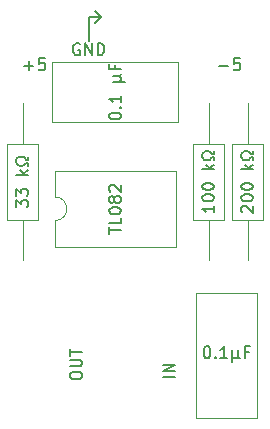
<source format=gto>
G04 #@! TF.GenerationSoftware,KiCad,Pcbnew,(5.1.5)-3*
G04 #@! TF.CreationDate,2020-06-08T15:17:39-04:00*
G04 #@! TF.ProjectId,Vextrex Buzz Fix,56657874-7265-4782-9042-757a7a204669,rev?*
G04 #@! TF.SameCoordinates,Original*
G04 #@! TF.FileFunction,Legend,Top*
G04 #@! TF.FilePolarity,Positive*
%FSLAX46Y46*%
G04 Gerber Fmt 4.6, Leading zero omitted, Abs format (unit mm)*
G04 Created by KiCad (PCBNEW (5.1.5)-3) date 2020-06-08 15:17:39*
%MOMM*%
%LPD*%
G04 APERTURE LIST*
%ADD10C,0.200000*%
%ADD11C,0.120000*%
%ADD12C,0.150000*%
G04 APERTURE END LIST*
D10*
X152400000Y-94234000D02*
X151892000Y-94742000D01*
X152400000Y-94234000D02*
X151892000Y-93726000D01*
X151384000Y-94234000D02*
X152400000Y-94234000D01*
X151384000Y-96266000D02*
X151384000Y-94234000D01*
D11*
X148530000Y-109490000D02*
G75*
G02X148530000Y-111490000I0J-1000000D01*
G01*
X148530000Y-111490000D02*
X148530000Y-113725000D01*
X148530000Y-113725000D02*
X158810000Y-113725000D01*
X158810000Y-113725000D02*
X158810000Y-107255000D01*
X158810000Y-107255000D02*
X148530000Y-107255000D01*
X148530000Y-107255000D02*
X148530000Y-109490000D01*
X148320000Y-98024000D02*
X158940000Y-98024000D01*
X148320000Y-103144000D02*
X158940000Y-103144000D01*
X148320000Y-98024000D02*
X148320000Y-103144000D01*
X158940000Y-98024000D02*
X158940000Y-103144000D01*
X165628000Y-117586000D02*
X165628000Y-128206000D01*
X160508000Y-117586000D02*
X160508000Y-128206000D01*
X165628000Y-117586000D02*
X160508000Y-117586000D01*
X165628000Y-128206000D02*
X160508000Y-128206000D01*
X160234000Y-111414000D02*
X162854000Y-111414000D01*
X162854000Y-111414000D02*
X162854000Y-104994000D01*
X162854000Y-104994000D02*
X160234000Y-104994000D01*
X160234000Y-104994000D02*
X160234000Y-111414000D01*
X161544000Y-114844000D02*
X161544000Y-111414000D01*
X161544000Y-101564000D02*
X161544000Y-104994000D01*
X163536000Y-111414000D02*
X166156000Y-111414000D01*
X166156000Y-111414000D02*
X166156000Y-104994000D01*
X166156000Y-104994000D02*
X163536000Y-104994000D01*
X163536000Y-104994000D02*
X163536000Y-111414000D01*
X164846000Y-114844000D02*
X164846000Y-111414000D01*
X164846000Y-101564000D02*
X164846000Y-104994000D01*
X144486000Y-111414000D02*
X147106000Y-111414000D01*
X147106000Y-111414000D02*
X147106000Y-104994000D01*
X147106000Y-104994000D02*
X144486000Y-104994000D01*
X144486000Y-104994000D02*
X144486000Y-111414000D01*
X145796000Y-114844000D02*
X145796000Y-111414000D01*
X145796000Y-101564000D02*
X145796000Y-104994000D01*
D12*
X153122380Y-112609047D02*
X153122380Y-112037619D01*
X154122380Y-112323333D02*
X153122380Y-112323333D01*
X154122380Y-111228095D02*
X154122380Y-111704285D01*
X153122380Y-111704285D01*
X153122380Y-110704285D02*
X153122380Y-110609047D01*
X153170000Y-110513809D01*
X153217619Y-110466190D01*
X153312857Y-110418571D01*
X153503333Y-110370952D01*
X153741428Y-110370952D01*
X153931904Y-110418571D01*
X154027142Y-110466190D01*
X154074761Y-110513809D01*
X154122380Y-110609047D01*
X154122380Y-110704285D01*
X154074761Y-110799523D01*
X154027142Y-110847142D01*
X153931904Y-110894761D01*
X153741428Y-110942380D01*
X153503333Y-110942380D01*
X153312857Y-110894761D01*
X153217619Y-110847142D01*
X153170000Y-110799523D01*
X153122380Y-110704285D01*
X153550952Y-109799523D02*
X153503333Y-109894761D01*
X153455714Y-109942380D01*
X153360476Y-109990000D01*
X153312857Y-109990000D01*
X153217619Y-109942380D01*
X153170000Y-109894761D01*
X153122380Y-109799523D01*
X153122380Y-109609047D01*
X153170000Y-109513809D01*
X153217619Y-109466190D01*
X153312857Y-109418571D01*
X153360476Y-109418571D01*
X153455714Y-109466190D01*
X153503333Y-109513809D01*
X153550952Y-109609047D01*
X153550952Y-109799523D01*
X153598571Y-109894761D01*
X153646190Y-109942380D01*
X153741428Y-109990000D01*
X153931904Y-109990000D01*
X154027142Y-109942380D01*
X154074761Y-109894761D01*
X154122380Y-109799523D01*
X154122380Y-109609047D01*
X154074761Y-109513809D01*
X154027142Y-109466190D01*
X153931904Y-109418571D01*
X153741428Y-109418571D01*
X153646190Y-109466190D01*
X153598571Y-109513809D01*
X153550952Y-109609047D01*
X153217619Y-109037619D02*
X153170000Y-108990000D01*
X153122380Y-108894761D01*
X153122380Y-108656666D01*
X153170000Y-108561428D01*
X153217619Y-108513809D01*
X153312857Y-108466190D01*
X153408095Y-108466190D01*
X153550952Y-108513809D01*
X154122380Y-109085238D01*
X154122380Y-108466190D01*
X153122380Y-102679238D02*
X153122380Y-102584000D01*
X153170000Y-102488761D01*
X153217619Y-102441142D01*
X153312857Y-102393523D01*
X153503333Y-102345904D01*
X153741428Y-102345904D01*
X153931904Y-102393523D01*
X154027142Y-102441142D01*
X154074761Y-102488761D01*
X154122380Y-102584000D01*
X154122380Y-102679238D01*
X154074761Y-102774476D01*
X154027142Y-102822095D01*
X153931904Y-102869714D01*
X153741428Y-102917333D01*
X153503333Y-102917333D01*
X153312857Y-102869714D01*
X153217619Y-102822095D01*
X153170000Y-102774476D01*
X153122380Y-102679238D01*
X154027142Y-101917333D02*
X154074761Y-101869714D01*
X154122380Y-101917333D01*
X154074761Y-101964952D01*
X154027142Y-101917333D01*
X154122380Y-101917333D01*
X154122380Y-100917333D02*
X154122380Y-101488761D01*
X154122380Y-101203047D02*
X153122380Y-101203047D01*
X153265238Y-101298285D01*
X153360476Y-101393523D01*
X153408095Y-101488761D01*
X153455714Y-99726857D02*
X154455714Y-99726857D01*
X153979523Y-99250666D02*
X154074761Y-99203047D01*
X154122380Y-99107809D01*
X153979523Y-99726857D02*
X154074761Y-99679238D01*
X154122380Y-99584000D01*
X154122380Y-99393523D01*
X154074761Y-99298285D01*
X153979523Y-99250666D01*
X153455714Y-99250666D01*
X153598571Y-98345904D02*
X153598571Y-98679238D01*
X154122380Y-98679238D02*
X153122380Y-98679238D01*
X153122380Y-98203047D01*
X161353714Y-122134380D02*
X161448952Y-122134380D01*
X161544190Y-122182000D01*
X161591809Y-122229619D01*
X161639428Y-122324857D01*
X161687047Y-122515333D01*
X161687047Y-122753428D01*
X161639428Y-122943904D01*
X161591809Y-123039142D01*
X161544190Y-123086761D01*
X161448952Y-123134380D01*
X161353714Y-123134380D01*
X161258476Y-123086761D01*
X161210857Y-123039142D01*
X161163238Y-122943904D01*
X161115619Y-122753428D01*
X161115619Y-122515333D01*
X161163238Y-122324857D01*
X161210857Y-122229619D01*
X161258476Y-122182000D01*
X161353714Y-122134380D01*
X162115619Y-123039142D02*
X162163238Y-123086761D01*
X162115619Y-123134380D01*
X162068000Y-123086761D01*
X162115619Y-123039142D01*
X162115619Y-123134380D01*
X163115619Y-123134380D02*
X162544190Y-123134380D01*
X162829904Y-123134380D02*
X162829904Y-122134380D01*
X162734666Y-122277238D01*
X162639428Y-122372476D01*
X162544190Y-122420095D01*
X163544190Y-122467714D02*
X163544190Y-123467714D01*
X164020380Y-122991523D02*
X164068000Y-123086761D01*
X164163238Y-123134380D01*
X163544190Y-122991523D02*
X163591809Y-123086761D01*
X163687047Y-123134380D01*
X163877523Y-123134380D01*
X163972761Y-123086761D01*
X164020380Y-122991523D01*
X164020380Y-122467714D01*
X164925142Y-122610571D02*
X164591809Y-122610571D01*
X164591809Y-123134380D02*
X164591809Y-122134380D01*
X165068000Y-122134380D01*
X158694380Y-124729809D02*
X157694380Y-124729809D01*
X158694380Y-124253619D02*
X157694380Y-124253619D01*
X158694380Y-123682190D01*
X157694380Y-123682190D01*
X149820380Y-124698000D02*
X149820380Y-124507523D01*
X149868000Y-124412285D01*
X149963238Y-124317047D01*
X150153714Y-124269428D01*
X150487047Y-124269428D01*
X150677523Y-124317047D01*
X150772761Y-124412285D01*
X150820380Y-124507523D01*
X150820380Y-124698000D01*
X150772761Y-124793238D01*
X150677523Y-124888476D01*
X150487047Y-124936095D01*
X150153714Y-124936095D01*
X149963238Y-124888476D01*
X149868000Y-124793238D01*
X149820380Y-124698000D01*
X149820380Y-123840857D02*
X150629904Y-123840857D01*
X150725142Y-123793238D01*
X150772761Y-123745619D01*
X150820380Y-123650380D01*
X150820380Y-123459904D01*
X150772761Y-123364666D01*
X150725142Y-123317047D01*
X150629904Y-123269428D01*
X149820380Y-123269428D01*
X149820380Y-122936095D02*
X149820380Y-122364666D01*
X150820380Y-122650380D02*
X149820380Y-122650380D01*
X145954857Y-98369428D02*
X146716761Y-98369428D01*
X146335809Y-98750380D02*
X146335809Y-97988476D01*
X147669142Y-97750380D02*
X147192952Y-97750380D01*
X147145333Y-98226571D01*
X147192952Y-98178952D01*
X147288190Y-98131333D01*
X147526285Y-98131333D01*
X147621523Y-98178952D01*
X147669142Y-98226571D01*
X147716761Y-98321809D01*
X147716761Y-98559904D01*
X147669142Y-98655142D01*
X147621523Y-98702761D01*
X147526285Y-98750380D01*
X147288190Y-98750380D01*
X147192952Y-98702761D01*
X147145333Y-98655142D01*
X162464857Y-98369428D02*
X163226761Y-98369428D01*
X164179142Y-97750380D02*
X163702952Y-97750380D01*
X163655333Y-98226571D01*
X163702952Y-98178952D01*
X163798190Y-98131333D01*
X164036285Y-98131333D01*
X164131523Y-98178952D01*
X164179142Y-98226571D01*
X164226761Y-98321809D01*
X164226761Y-98559904D01*
X164179142Y-98655142D01*
X164131523Y-98702761D01*
X164036285Y-98750380D01*
X163798190Y-98750380D01*
X163702952Y-98702761D01*
X163655333Y-98655142D01*
X150622095Y-96528000D02*
X150526857Y-96480380D01*
X150384000Y-96480380D01*
X150241142Y-96528000D01*
X150145904Y-96623238D01*
X150098285Y-96718476D01*
X150050666Y-96908952D01*
X150050666Y-97051809D01*
X150098285Y-97242285D01*
X150145904Y-97337523D01*
X150241142Y-97432761D01*
X150384000Y-97480380D01*
X150479238Y-97480380D01*
X150622095Y-97432761D01*
X150669714Y-97385142D01*
X150669714Y-97051809D01*
X150479238Y-97051809D01*
X151098285Y-97480380D02*
X151098285Y-96480380D01*
X151669714Y-97480380D01*
X151669714Y-96480380D01*
X152145904Y-97480380D02*
X152145904Y-96480380D01*
X152384000Y-96480380D01*
X152526857Y-96528000D01*
X152622095Y-96623238D01*
X152669714Y-96718476D01*
X152717333Y-96908952D01*
X152717333Y-97051809D01*
X152669714Y-97242285D01*
X152622095Y-97337523D01*
X152526857Y-97432761D01*
X152384000Y-97480380D01*
X152145904Y-97480380D01*
X161996380Y-110227809D02*
X161996380Y-110799238D01*
X161996380Y-110513523D02*
X160996380Y-110513523D01*
X161139238Y-110608761D01*
X161234476Y-110704000D01*
X161282095Y-110799238D01*
X160996380Y-109608761D02*
X160996380Y-109513523D01*
X161044000Y-109418285D01*
X161091619Y-109370666D01*
X161186857Y-109323047D01*
X161377333Y-109275428D01*
X161615428Y-109275428D01*
X161805904Y-109323047D01*
X161901142Y-109370666D01*
X161948761Y-109418285D01*
X161996380Y-109513523D01*
X161996380Y-109608761D01*
X161948761Y-109704000D01*
X161901142Y-109751619D01*
X161805904Y-109799238D01*
X161615428Y-109846857D01*
X161377333Y-109846857D01*
X161186857Y-109799238D01*
X161091619Y-109751619D01*
X161044000Y-109704000D01*
X160996380Y-109608761D01*
X160996380Y-108656380D02*
X160996380Y-108561142D01*
X161044000Y-108465904D01*
X161091619Y-108418285D01*
X161186857Y-108370666D01*
X161377333Y-108323047D01*
X161615428Y-108323047D01*
X161805904Y-108370666D01*
X161901142Y-108418285D01*
X161948761Y-108465904D01*
X161996380Y-108561142D01*
X161996380Y-108656380D01*
X161948761Y-108751619D01*
X161901142Y-108799238D01*
X161805904Y-108846857D01*
X161615428Y-108894476D01*
X161377333Y-108894476D01*
X161186857Y-108846857D01*
X161091619Y-108799238D01*
X161044000Y-108751619D01*
X160996380Y-108656380D01*
X161996380Y-107132571D02*
X160996380Y-107132571D01*
X161615428Y-107037333D02*
X161996380Y-106751619D01*
X161329714Y-106751619D02*
X161710666Y-107132571D01*
X161996380Y-106370666D02*
X161996380Y-106132571D01*
X161805904Y-106132571D01*
X161758285Y-106227809D01*
X161663047Y-106323047D01*
X161520190Y-106370666D01*
X161282095Y-106370666D01*
X161139238Y-106323047D01*
X161044000Y-106227809D01*
X160996380Y-106084952D01*
X160996380Y-105894476D01*
X161044000Y-105751619D01*
X161139238Y-105656380D01*
X161282095Y-105608761D01*
X161520190Y-105608761D01*
X161663047Y-105656380D01*
X161758285Y-105751619D01*
X161805904Y-105846857D01*
X161996380Y-105846857D01*
X161996380Y-105608761D01*
X164393619Y-110799238D02*
X164346000Y-110751619D01*
X164298380Y-110656380D01*
X164298380Y-110418285D01*
X164346000Y-110323047D01*
X164393619Y-110275428D01*
X164488857Y-110227809D01*
X164584095Y-110227809D01*
X164726952Y-110275428D01*
X165298380Y-110846857D01*
X165298380Y-110227809D01*
X164298380Y-109608761D02*
X164298380Y-109513523D01*
X164346000Y-109418285D01*
X164393619Y-109370666D01*
X164488857Y-109323047D01*
X164679333Y-109275428D01*
X164917428Y-109275428D01*
X165107904Y-109323047D01*
X165203142Y-109370666D01*
X165250761Y-109418285D01*
X165298380Y-109513523D01*
X165298380Y-109608761D01*
X165250761Y-109704000D01*
X165203142Y-109751619D01*
X165107904Y-109799238D01*
X164917428Y-109846857D01*
X164679333Y-109846857D01*
X164488857Y-109799238D01*
X164393619Y-109751619D01*
X164346000Y-109704000D01*
X164298380Y-109608761D01*
X164298380Y-108656380D02*
X164298380Y-108561142D01*
X164346000Y-108465904D01*
X164393619Y-108418285D01*
X164488857Y-108370666D01*
X164679333Y-108323047D01*
X164917428Y-108323047D01*
X165107904Y-108370666D01*
X165203142Y-108418285D01*
X165250761Y-108465904D01*
X165298380Y-108561142D01*
X165298380Y-108656380D01*
X165250761Y-108751619D01*
X165203142Y-108799238D01*
X165107904Y-108846857D01*
X164917428Y-108894476D01*
X164679333Y-108894476D01*
X164488857Y-108846857D01*
X164393619Y-108799238D01*
X164346000Y-108751619D01*
X164298380Y-108656380D01*
X165298380Y-107132571D02*
X164298380Y-107132571D01*
X164917428Y-107037333D02*
X165298380Y-106751619D01*
X164631714Y-106751619D02*
X165012666Y-107132571D01*
X165298380Y-106370666D02*
X165298380Y-106132571D01*
X165107904Y-106132571D01*
X165060285Y-106227809D01*
X164965047Y-106323047D01*
X164822190Y-106370666D01*
X164584095Y-106370666D01*
X164441238Y-106323047D01*
X164346000Y-106227809D01*
X164298380Y-106084952D01*
X164298380Y-105894476D01*
X164346000Y-105751619D01*
X164441238Y-105656380D01*
X164584095Y-105608761D01*
X164822190Y-105608761D01*
X164965047Y-105656380D01*
X165060285Y-105751619D01*
X165107904Y-105846857D01*
X165298380Y-105846857D01*
X165298380Y-105608761D01*
X145248380Y-110370666D02*
X145248380Y-109751619D01*
X145629333Y-110084952D01*
X145629333Y-109942095D01*
X145676952Y-109846857D01*
X145724571Y-109799238D01*
X145819809Y-109751619D01*
X146057904Y-109751619D01*
X146153142Y-109799238D01*
X146200761Y-109846857D01*
X146248380Y-109942095D01*
X146248380Y-110227809D01*
X146200761Y-110323047D01*
X146153142Y-110370666D01*
X145248380Y-109418285D02*
X145248380Y-108799238D01*
X145629333Y-109132571D01*
X145629333Y-108989714D01*
X145676952Y-108894476D01*
X145724571Y-108846857D01*
X145819809Y-108799238D01*
X146057904Y-108799238D01*
X146153142Y-108846857D01*
X146200761Y-108894476D01*
X146248380Y-108989714D01*
X146248380Y-109275428D01*
X146200761Y-109370666D01*
X146153142Y-109418285D01*
X146248380Y-107608761D02*
X145248380Y-107608761D01*
X145867428Y-107513523D02*
X146248380Y-107227809D01*
X145581714Y-107227809D02*
X145962666Y-107608761D01*
X146248380Y-106846857D02*
X146248380Y-106608761D01*
X146057904Y-106608761D01*
X146010285Y-106704000D01*
X145915047Y-106799238D01*
X145772190Y-106846857D01*
X145534095Y-106846857D01*
X145391238Y-106799238D01*
X145296000Y-106704000D01*
X145248380Y-106561142D01*
X145248380Y-106370666D01*
X145296000Y-106227809D01*
X145391238Y-106132571D01*
X145534095Y-106084952D01*
X145772190Y-106084952D01*
X145915047Y-106132571D01*
X146010285Y-106227809D01*
X146057904Y-106323047D01*
X146248380Y-106323047D01*
X146248380Y-106084952D01*
M02*

</source>
